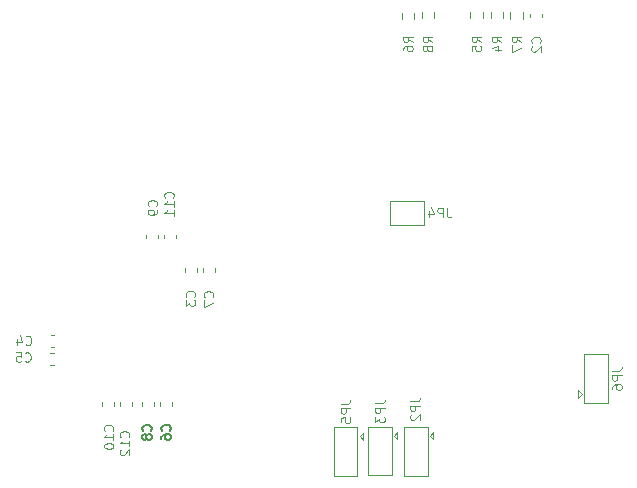
<source format=gbo>
G04 #@! TF.GenerationSoftware,KiCad,Pcbnew,(5.1.12)-1*
G04 #@! TF.CreationDate,2022-06-02T09:48:45-07:00*
G04 #@! TF.ProjectId,vera-module-rev4,76657261-2d6d-46f6-9475-6c652d726576,rev?*
G04 #@! TF.SameCoordinates,Original*
G04 #@! TF.FileFunction,Legend,Bot*
G04 #@! TF.FilePolarity,Positive*
%FSLAX46Y46*%
G04 Gerber Fmt 4.6, Leading zero omitted, Abs format (unit mm)*
G04 Created by KiCad (PCBNEW (5.1.12)-1) date 2022-06-02 09:48:45*
%MOMM*%
%LPD*%
G01*
G04 APERTURE LIST*
%ADD10C,0.120000*%
%ADD11C,0.100000*%
%ADD12C,0.150000*%
%ADD13C,2.800000*%
%ADD14R,1.500000X1.000000*%
%ADD15O,1.700000X1.700000*%
%ADD16R,1.700000X1.700000*%
%ADD17C,2.000000*%
%ADD18R,1.000000X1.500000*%
G04 APERTURE END LIST*
D10*
X194011700Y-137113800D02*
X193711700Y-136813800D01*
X193711700Y-137413800D02*
X193711700Y-136813800D01*
X194011700Y-137113800D02*
X193711700Y-137413800D01*
X194211700Y-137863800D02*
X196211700Y-137863800D01*
X194211700Y-133763800D02*
X194211700Y-137863800D01*
X196211700Y-133763800D02*
X194211700Y-133763800D01*
X196211700Y-137863800D02*
X196211700Y-133763800D01*
X181510200Y-104810476D02*
X181510200Y-105319924D01*
X180465200Y-104810476D02*
X180465200Y-105319924D01*
X188990500Y-104812376D02*
X188990500Y-105321824D01*
X187945500Y-104812376D02*
X187945500Y-105321824D01*
X179821100Y-104835876D02*
X179821100Y-105345324D01*
X178776100Y-104835876D02*
X178776100Y-105345324D01*
X185625000Y-104810476D02*
X185625000Y-105319924D01*
X184580000Y-104810476D02*
X184580000Y-105319924D01*
X187326800Y-104810476D02*
X187326800Y-105319924D01*
X186281800Y-104810476D02*
X186281800Y-105319924D01*
X190641700Y-104920833D02*
X190641700Y-105213367D01*
X189621700Y-104920833D02*
X189621700Y-105213367D01*
X155907200Y-137825433D02*
X155907200Y-138117967D01*
X154887200Y-137825433D02*
X154887200Y-138117967D01*
X154395900Y-137825433D02*
X154395900Y-138117967D01*
X153375900Y-137825433D02*
X153375900Y-138117967D01*
X157748700Y-137800033D02*
X157748700Y-138092567D01*
X156728700Y-137800033D02*
X156728700Y-138092567D01*
X159272700Y-137802233D02*
X159272700Y-138094767D01*
X158252700Y-137802233D02*
X158252700Y-138094767D01*
X149308867Y-134622000D02*
X149016333Y-134622000D01*
X149308867Y-133602000D02*
X149016333Y-133602000D01*
X149321567Y-133123400D02*
X149029033Y-133123400D01*
X149321567Y-132103400D02*
X149029033Y-132103400D01*
X158646400Y-123921567D02*
X158646400Y-123629033D01*
X159666400Y-123921567D02*
X159666400Y-123629033D01*
X157122400Y-123920467D02*
X157122400Y-123627933D01*
X158142400Y-123920467D02*
X158142400Y-123627933D01*
X161910300Y-126753667D02*
X161910300Y-126461133D01*
X162930300Y-126753667D02*
X162930300Y-126461133D01*
X160386300Y-126753667D02*
X160386300Y-126461133D01*
X161406300Y-126753667D02*
X161406300Y-126461133D01*
X180607400Y-122767600D02*
X180607400Y-120767600D01*
X177807400Y-122767600D02*
X180607400Y-122767600D01*
X177807400Y-120767600D02*
X177807400Y-122767600D01*
X180607400Y-120767600D02*
X177807400Y-120767600D01*
X175190000Y-140677900D02*
X175490000Y-140977900D01*
X175490000Y-140377900D02*
X175490000Y-140977900D01*
X175190000Y-140677900D02*
X175490000Y-140377900D01*
X174990000Y-139927900D02*
X172990000Y-139927900D01*
X174990000Y-144027900D02*
X174990000Y-139927900D01*
X172990000Y-144027900D02*
X174990000Y-144027900D01*
X172990000Y-139927900D02*
X172990000Y-144027900D01*
X178098300Y-140660600D02*
X178398300Y-140960600D01*
X178398300Y-140360600D02*
X178398300Y-140960600D01*
X178098300Y-140660600D02*
X178398300Y-140360600D01*
X177898300Y-139910600D02*
X175898300Y-139910600D01*
X177898300Y-144010600D02*
X177898300Y-139910600D01*
X175898300Y-144010600D02*
X177898300Y-144010600D01*
X175898300Y-139910600D02*
X175898300Y-144010600D01*
X181146300Y-140665200D02*
X181446300Y-140965200D01*
X181446300Y-140365200D02*
X181446300Y-140965200D01*
X181146300Y-140665200D02*
X181446300Y-140365200D01*
X180946300Y-139915200D02*
X178946300Y-139915200D01*
X180946300Y-144015200D02*
X180946300Y-139915200D01*
X178946300Y-144015200D02*
X180946300Y-144015200D01*
X178946300Y-139915200D02*
X178946300Y-144015200D01*
D11*
X196573604Y-135147133D02*
X197145033Y-135147133D01*
X197259319Y-135109038D01*
X197335509Y-135032847D01*
X197373604Y-134918561D01*
X197373604Y-134842371D01*
X197373604Y-135528085D02*
X196573604Y-135528085D01*
X196573604Y-135832847D01*
X196611700Y-135909038D01*
X196649795Y-135947133D01*
X196725985Y-135985228D01*
X196840271Y-135985228D01*
X196916461Y-135947133D01*
X196954557Y-135909038D01*
X196992652Y-135832847D01*
X196992652Y-135528085D01*
X196573604Y-136670942D02*
X196573604Y-136518561D01*
X196611700Y-136442371D01*
X196649795Y-136404276D01*
X196764080Y-136328085D01*
X196916461Y-136289990D01*
X197221223Y-136289990D01*
X197297414Y-136328085D01*
X197335509Y-136366180D01*
X197373604Y-136442371D01*
X197373604Y-136594752D01*
X197335509Y-136670942D01*
X197297414Y-136709038D01*
X197221223Y-136747133D01*
X197030747Y-136747133D01*
X196954557Y-136709038D01*
X196916461Y-136670942D01*
X196878366Y-136594752D01*
X196878366Y-136442371D01*
X196916461Y-136366180D01*
X196954557Y-136328085D01*
X197030747Y-136289990D01*
X181362304Y-107308666D02*
X180981352Y-107042000D01*
X181362304Y-106851523D02*
X180562304Y-106851523D01*
X180562304Y-107156285D01*
X180600400Y-107232476D01*
X180638495Y-107270571D01*
X180714685Y-107308666D01*
X180828971Y-107308666D01*
X180905161Y-107270571D01*
X180943257Y-107232476D01*
X180981352Y-107156285D01*
X180981352Y-106851523D01*
X180905161Y-107765809D02*
X180867066Y-107689619D01*
X180828971Y-107651523D01*
X180752780Y-107613428D01*
X180714685Y-107613428D01*
X180638495Y-107651523D01*
X180600400Y-107689619D01*
X180562304Y-107765809D01*
X180562304Y-107918190D01*
X180600400Y-107994380D01*
X180638495Y-108032476D01*
X180714685Y-108070571D01*
X180752780Y-108070571D01*
X180828971Y-108032476D01*
X180867066Y-107994380D01*
X180905161Y-107918190D01*
X180905161Y-107765809D01*
X180943257Y-107689619D01*
X180981352Y-107651523D01*
X181057542Y-107613428D01*
X181209923Y-107613428D01*
X181286114Y-107651523D01*
X181324209Y-107689619D01*
X181362304Y-107765809D01*
X181362304Y-107918190D01*
X181324209Y-107994380D01*
X181286114Y-108032476D01*
X181209923Y-108070571D01*
X181057542Y-108070571D01*
X180981352Y-108032476D01*
X180943257Y-107994380D01*
X180905161Y-107918190D01*
X188868004Y-107321366D02*
X188487052Y-107054700D01*
X188868004Y-106864223D02*
X188068004Y-106864223D01*
X188068004Y-107168985D01*
X188106100Y-107245176D01*
X188144195Y-107283271D01*
X188220385Y-107321366D01*
X188334671Y-107321366D01*
X188410861Y-107283271D01*
X188448957Y-107245176D01*
X188487052Y-107168985D01*
X188487052Y-106864223D01*
X188068004Y-107588033D02*
X188068004Y-108121366D01*
X188868004Y-107778509D01*
X179685904Y-107321366D02*
X179304952Y-107054700D01*
X179685904Y-106864223D02*
X178885904Y-106864223D01*
X178885904Y-107168985D01*
X178924000Y-107245176D01*
X178962095Y-107283271D01*
X179038285Y-107321366D01*
X179152571Y-107321366D01*
X179228761Y-107283271D01*
X179266857Y-107245176D01*
X179304952Y-107168985D01*
X179304952Y-106864223D01*
X178885904Y-108007080D02*
X178885904Y-107854700D01*
X178924000Y-107778509D01*
X178962095Y-107740414D01*
X179076380Y-107664223D01*
X179228761Y-107626128D01*
X179533523Y-107626128D01*
X179609714Y-107664223D01*
X179647809Y-107702319D01*
X179685904Y-107778509D01*
X179685904Y-107930890D01*
X179647809Y-108007080D01*
X179609714Y-108045176D01*
X179533523Y-108083271D01*
X179343047Y-108083271D01*
X179266857Y-108045176D01*
X179228761Y-108007080D01*
X179190666Y-107930890D01*
X179190666Y-107778509D01*
X179228761Y-107702319D01*
X179266857Y-107664223D01*
X179343047Y-107626128D01*
X185489804Y-107321366D02*
X185108852Y-107054700D01*
X185489804Y-106864223D02*
X184689804Y-106864223D01*
X184689804Y-107168985D01*
X184727900Y-107245176D01*
X184765995Y-107283271D01*
X184842185Y-107321366D01*
X184956471Y-107321366D01*
X185032661Y-107283271D01*
X185070757Y-107245176D01*
X185108852Y-107168985D01*
X185108852Y-106864223D01*
X184689804Y-108045176D02*
X184689804Y-107664223D01*
X185070757Y-107626128D01*
X185032661Y-107664223D01*
X184994566Y-107740414D01*
X184994566Y-107930890D01*
X185032661Y-108007080D01*
X185070757Y-108045176D01*
X185146947Y-108083271D01*
X185337423Y-108083271D01*
X185413614Y-108045176D01*
X185451709Y-108007080D01*
X185489804Y-107930890D01*
X185489804Y-107740414D01*
X185451709Y-107664223D01*
X185413614Y-107626128D01*
X187204304Y-107308666D02*
X186823352Y-107042000D01*
X187204304Y-106851523D02*
X186404304Y-106851523D01*
X186404304Y-107156285D01*
X186442400Y-107232476D01*
X186480495Y-107270571D01*
X186556685Y-107308666D01*
X186670971Y-107308666D01*
X186747161Y-107270571D01*
X186785257Y-107232476D01*
X186823352Y-107156285D01*
X186823352Y-106851523D01*
X186670971Y-107994380D02*
X187204304Y-107994380D01*
X186366209Y-107803904D02*
X186937638Y-107613428D01*
X186937638Y-108108666D01*
X190468214Y-107359466D02*
X190506309Y-107321371D01*
X190544404Y-107207085D01*
X190544404Y-107130895D01*
X190506309Y-107016609D01*
X190430119Y-106940419D01*
X190353928Y-106902323D01*
X190201547Y-106864228D01*
X190087261Y-106864228D01*
X189934880Y-106902323D01*
X189858690Y-106940419D01*
X189782500Y-107016609D01*
X189744404Y-107130895D01*
X189744404Y-107207085D01*
X189782500Y-107321371D01*
X189820595Y-107359466D01*
X189820595Y-107664228D02*
X189782500Y-107702323D01*
X189744404Y-107778514D01*
X189744404Y-107968990D01*
X189782500Y-108045180D01*
X189820595Y-108083276D01*
X189896785Y-108121371D01*
X189972976Y-108121371D01*
X190087261Y-108083276D01*
X190544404Y-107626133D01*
X190544404Y-108121371D01*
X155632114Y-140760514D02*
X155670209Y-140722419D01*
X155708304Y-140608133D01*
X155708304Y-140531942D01*
X155670209Y-140417657D01*
X155594019Y-140341466D01*
X155517828Y-140303371D01*
X155365447Y-140265276D01*
X155251161Y-140265276D01*
X155098780Y-140303371D01*
X155022590Y-140341466D01*
X154946400Y-140417657D01*
X154908304Y-140531942D01*
X154908304Y-140608133D01*
X154946400Y-140722419D01*
X154984495Y-140760514D01*
X155708304Y-141522419D02*
X155708304Y-141065276D01*
X155708304Y-141293847D02*
X154908304Y-141293847D01*
X155022590Y-141217657D01*
X155098780Y-141141466D01*
X155136876Y-141065276D01*
X154984495Y-141827180D02*
X154946400Y-141865276D01*
X154908304Y-141941466D01*
X154908304Y-142131942D01*
X154946400Y-142208133D01*
X154984495Y-142246228D01*
X155060685Y-142284323D01*
X155136876Y-142284323D01*
X155251161Y-142246228D01*
X155708304Y-141789085D01*
X155708304Y-142284323D01*
X154273214Y-140213314D02*
X154311309Y-140175219D01*
X154349404Y-140060933D01*
X154349404Y-139984742D01*
X154311309Y-139870457D01*
X154235119Y-139794266D01*
X154158928Y-139756171D01*
X154006547Y-139718076D01*
X153892261Y-139718076D01*
X153739880Y-139756171D01*
X153663690Y-139794266D01*
X153587500Y-139870457D01*
X153549404Y-139984742D01*
X153549404Y-140060933D01*
X153587500Y-140175219D01*
X153625595Y-140213314D01*
X154349404Y-140975219D02*
X154349404Y-140518076D01*
X154349404Y-140746647D02*
X153549404Y-140746647D01*
X153663690Y-140670457D01*
X153739880Y-140594266D01*
X153777976Y-140518076D01*
X153549404Y-141470457D02*
X153549404Y-141546647D01*
X153587500Y-141622838D01*
X153625595Y-141660933D01*
X153701785Y-141699028D01*
X153854166Y-141737123D01*
X154044642Y-141737123D01*
X154197023Y-141699028D01*
X154273214Y-141660933D01*
X154311309Y-141622838D01*
X154349404Y-141546647D01*
X154349404Y-141470457D01*
X154311309Y-141394266D01*
X154273214Y-141356171D01*
X154197023Y-141318076D01*
X154044642Y-141279980D01*
X153854166Y-141279980D01*
X153701785Y-141318076D01*
X153625595Y-141356171D01*
X153587500Y-141394266D01*
X153549404Y-141470457D01*
D12*
X157524414Y-140214366D02*
X157562509Y-140176271D01*
X157600604Y-140061985D01*
X157600604Y-139985795D01*
X157562509Y-139871509D01*
X157486319Y-139795319D01*
X157410128Y-139757223D01*
X157257747Y-139719128D01*
X157143461Y-139719128D01*
X156991080Y-139757223D01*
X156914890Y-139795319D01*
X156838700Y-139871509D01*
X156800604Y-139985795D01*
X156800604Y-140061985D01*
X156838700Y-140176271D01*
X156876795Y-140214366D01*
X157143461Y-140671509D02*
X157105366Y-140595319D01*
X157067271Y-140557223D01*
X156991080Y-140519128D01*
X156952985Y-140519128D01*
X156876795Y-140557223D01*
X156838700Y-140595319D01*
X156800604Y-140671509D01*
X156800604Y-140823890D01*
X156838700Y-140900080D01*
X156876795Y-140938176D01*
X156952985Y-140976271D01*
X156991080Y-140976271D01*
X157067271Y-140938176D01*
X157105366Y-140900080D01*
X157143461Y-140823890D01*
X157143461Y-140671509D01*
X157181557Y-140595319D01*
X157219652Y-140557223D01*
X157295842Y-140519128D01*
X157448223Y-140519128D01*
X157524414Y-140557223D01*
X157562509Y-140595319D01*
X157600604Y-140671509D01*
X157600604Y-140823890D01*
X157562509Y-140900080D01*
X157524414Y-140938176D01*
X157448223Y-140976271D01*
X157295842Y-140976271D01*
X157219652Y-140938176D01*
X157181557Y-140900080D01*
X157143461Y-140823890D01*
X159137314Y-140214366D02*
X159175409Y-140176271D01*
X159213504Y-140061985D01*
X159213504Y-139985795D01*
X159175409Y-139871509D01*
X159099219Y-139795319D01*
X159023028Y-139757223D01*
X158870647Y-139719128D01*
X158756361Y-139719128D01*
X158603980Y-139757223D01*
X158527790Y-139795319D01*
X158451600Y-139871509D01*
X158413504Y-139985795D01*
X158413504Y-140061985D01*
X158451600Y-140176271D01*
X158489695Y-140214366D01*
X158413504Y-140900080D02*
X158413504Y-140747700D01*
X158451600Y-140671509D01*
X158489695Y-140633414D01*
X158603980Y-140557223D01*
X158756361Y-140519128D01*
X159061123Y-140519128D01*
X159137314Y-140557223D01*
X159175409Y-140595319D01*
X159213504Y-140671509D01*
X159213504Y-140823890D01*
X159175409Y-140900080D01*
X159137314Y-140938176D01*
X159061123Y-140976271D01*
X158870647Y-140976271D01*
X158794457Y-140938176D01*
X158756361Y-140900080D01*
X158718266Y-140823890D01*
X158718266Y-140671509D01*
X158756361Y-140595319D01*
X158794457Y-140557223D01*
X158870647Y-140519128D01*
D11*
X146843733Y-134308814D02*
X146881828Y-134346909D01*
X146996114Y-134385004D01*
X147072304Y-134385004D01*
X147186590Y-134346909D01*
X147262780Y-134270719D01*
X147300876Y-134194528D01*
X147338971Y-134042147D01*
X147338971Y-133927861D01*
X147300876Y-133775480D01*
X147262780Y-133699290D01*
X147186590Y-133623100D01*
X147072304Y-133585004D01*
X146996114Y-133585004D01*
X146881828Y-133623100D01*
X146843733Y-133661195D01*
X146119923Y-133585004D02*
X146500876Y-133585004D01*
X146538971Y-133965957D01*
X146500876Y-133927861D01*
X146424685Y-133889766D01*
X146234209Y-133889766D01*
X146158019Y-133927861D01*
X146119923Y-133965957D01*
X146081828Y-134042147D01*
X146081828Y-134232623D01*
X146119923Y-134308814D01*
X146158019Y-134346909D01*
X146234209Y-134385004D01*
X146424685Y-134385004D01*
X146500876Y-134346909D01*
X146538971Y-134308814D01*
X146909433Y-132886414D02*
X146947528Y-132924509D01*
X147061814Y-132962604D01*
X147138004Y-132962604D01*
X147252290Y-132924509D01*
X147328480Y-132848319D01*
X147366576Y-132772128D01*
X147404671Y-132619747D01*
X147404671Y-132505461D01*
X147366576Y-132353080D01*
X147328480Y-132276890D01*
X147252290Y-132200700D01*
X147138004Y-132162604D01*
X147061814Y-132162604D01*
X146947528Y-132200700D01*
X146909433Y-132238795D01*
X146223719Y-132429271D02*
X146223719Y-132962604D01*
X146414195Y-132124509D02*
X146604671Y-132695938D01*
X146109433Y-132695938D01*
X159378614Y-120478614D02*
X159416709Y-120440519D01*
X159454804Y-120326233D01*
X159454804Y-120250042D01*
X159416709Y-120135757D01*
X159340519Y-120059566D01*
X159264328Y-120021471D01*
X159111947Y-119983376D01*
X158997661Y-119983376D01*
X158845280Y-120021471D01*
X158769090Y-120059566D01*
X158692900Y-120135757D01*
X158654804Y-120250042D01*
X158654804Y-120326233D01*
X158692900Y-120440519D01*
X158730995Y-120478614D01*
X159454804Y-121240519D02*
X159454804Y-120783376D01*
X159454804Y-121011947D02*
X158654804Y-121011947D01*
X158769090Y-120935757D01*
X158845280Y-120859566D01*
X158883376Y-120783376D01*
X159454804Y-122002423D02*
X159454804Y-121545280D01*
X159454804Y-121773852D02*
X158654804Y-121773852D01*
X158769090Y-121697661D01*
X158845280Y-121621471D01*
X158883376Y-121545280D01*
X157994314Y-121189766D02*
X158032409Y-121151671D01*
X158070504Y-121037385D01*
X158070504Y-120961195D01*
X158032409Y-120846909D01*
X157956219Y-120770719D01*
X157880028Y-120732623D01*
X157727647Y-120694528D01*
X157613361Y-120694528D01*
X157460980Y-120732623D01*
X157384790Y-120770719D01*
X157308600Y-120846909D01*
X157270504Y-120961195D01*
X157270504Y-121037385D01*
X157308600Y-121151671D01*
X157346695Y-121189766D01*
X158070504Y-121570719D02*
X158070504Y-121723100D01*
X158032409Y-121799290D01*
X157994314Y-121837385D01*
X157880028Y-121913576D01*
X157727647Y-121951671D01*
X157422885Y-121951671D01*
X157346695Y-121913576D01*
X157308600Y-121875480D01*
X157270504Y-121799290D01*
X157270504Y-121646909D01*
X157308600Y-121570719D01*
X157346695Y-121532623D01*
X157422885Y-121494528D01*
X157613361Y-121494528D01*
X157689552Y-121532623D01*
X157727647Y-121570719D01*
X157765742Y-121646909D01*
X157765742Y-121799290D01*
X157727647Y-121875480D01*
X157689552Y-121913576D01*
X157613361Y-121951671D01*
X162744114Y-128924066D02*
X162782209Y-128885971D01*
X162820304Y-128771685D01*
X162820304Y-128695495D01*
X162782209Y-128581209D01*
X162706019Y-128505019D01*
X162629828Y-128466923D01*
X162477447Y-128428828D01*
X162363161Y-128428828D01*
X162210780Y-128466923D01*
X162134590Y-128505019D01*
X162058400Y-128581209D01*
X162020304Y-128695495D01*
X162020304Y-128771685D01*
X162058400Y-128885971D01*
X162096495Y-128924066D01*
X162020304Y-129190733D02*
X162020304Y-129724066D01*
X162820304Y-129381209D01*
X161182014Y-128885966D02*
X161220109Y-128847871D01*
X161258204Y-128733585D01*
X161258204Y-128657395D01*
X161220109Y-128543109D01*
X161143919Y-128466919D01*
X161067728Y-128428823D01*
X160915347Y-128390728D01*
X160801061Y-128390728D01*
X160648680Y-128428823D01*
X160572490Y-128466919D01*
X160496300Y-128543109D01*
X160458204Y-128657395D01*
X160458204Y-128733585D01*
X160496300Y-128847871D01*
X160534395Y-128885966D01*
X160458204Y-129152633D02*
X160458204Y-129647871D01*
X160762966Y-129381204D01*
X160762966Y-129495490D01*
X160801061Y-129571680D01*
X160839157Y-129609776D01*
X160915347Y-129647871D01*
X161105823Y-129647871D01*
X161182014Y-129609776D01*
X161220109Y-129571680D01*
X161258204Y-129495490D01*
X161258204Y-129266919D01*
X161220109Y-129190728D01*
X161182014Y-129152633D01*
X182594166Y-121354904D02*
X182594166Y-121926333D01*
X182632261Y-122040619D01*
X182708452Y-122116809D01*
X182822738Y-122154904D01*
X182898928Y-122154904D01*
X182213214Y-122154904D02*
X182213214Y-121354904D01*
X181908452Y-121354904D01*
X181832261Y-121393000D01*
X181794166Y-121431095D01*
X181756071Y-121507285D01*
X181756071Y-121621571D01*
X181794166Y-121697761D01*
X181832261Y-121735857D01*
X181908452Y-121773952D01*
X182213214Y-121773952D01*
X181070357Y-121621571D02*
X181070357Y-122154904D01*
X181260833Y-121316809D02*
X181451309Y-121888238D01*
X180956071Y-121888238D01*
X173615404Y-137928433D02*
X174186833Y-137928433D01*
X174301119Y-137890338D01*
X174377309Y-137814147D01*
X174415404Y-137699861D01*
X174415404Y-137623671D01*
X174415404Y-138309385D02*
X173615404Y-138309385D01*
X173615404Y-138614147D01*
X173653500Y-138690338D01*
X173691595Y-138728433D01*
X173767785Y-138766528D01*
X173882071Y-138766528D01*
X173958261Y-138728433D01*
X173996357Y-138690338D01*
X174034452Y-138614147D01*
X174034452Y-138309385D01*
X173615404Y-139490338D02*
X173615404Y-139109385D01*
X173996357Y-139071290D01*
X173958261Y-139109385D01*
X173920166Y-139185576D01*
X173920166Y-139376052D01*
X173958261Y-139452242D01*
X173996357Y-139490338D01*
X174072547Y-139528433D01*
X174263023Y-139528433D01*
X174339214Y-139490338D01*
X174377309Y-139452242D01*
X174415404Y-139376052D01*
X174415404Y-139185576D01*
X174377309Y-139109385D01*
X174339214Y-139071290D01*
X176523704Y-137915733D02*
X177095133Y-137915733D01*
X177209419Y-137877638D01*
X177285609Y-137801447D01*
X177323704Y-137687161D01*
X177323704Y-137610971D01*
X177323704Y-138296685D02*
X176523704Y-138296685D01*
X176523704Y-138601447D01*
X176561800Y-138677638D01*
X176599895Y-138715733D01*
X176676085Y-138753828D01*
X176790371Y-138753828D01*
X176866561Y-138715733D01*
X176904657Y-138677638D01*
X176942752Y-138601447D01*
X176942752Y-138296685D01*
X176523704Y-139020495D02*
X176523704Y-139515733D01*
X176828466Y-139249066D01*
X176828466Y-139363352D01*
X176866561Y-139439542D01*
X176904657Y-139477638D01*
X176980847Y-139515733D01*
X177171323Y-139515733D01*
X177247514Y-139477638D01*
X177285609Y-139439542D01*
X177323704Y-139363352D01*
X177323704Y-139134780D01*
X177285609Y-139058590D01*
X177247514Y-139020495D01*
X179495504Y-137725233D02*
X180066933Y-137725233D01*
X180181219Y-137687138D01*
X180257409Y-137610947D01*
X180295504Y-137496661D01*
X180295504Y-137420471D01*
X180295504Y-138106185D02*
X179495504Y-138106185D01*
X179495504Y-138410947D01*
X179533600Y-138487138D01*
X179571695Y-138525233D01*
X179647885Y-138563328D01*
X179762171Y-138563328D01*
X179838361Y-138525233D01*
X179876457Y-138487138D01*
X179914552Y-138410947D01*
X179914552Y-138106185D01*
X179571695Y-138868090D02*
X179533600Y-138906185D01*
X179495504Y-138982376D01*
X179495504Y-139172852D01*
X179533600Y-139249042D01*
X179571695Y-139287138D01*
X179647885Y-139325233D01*
X179724076Y-139325233D01*
X179838361Y-139287138D01*
X180295504Y-138829995D01*
X180295504Y-139325233D01*
%LPC*%
D13*
X113678300Y-105442000D03*
X108178300Y-105442000D03*
X105778300Y-107442000D03*
D14*
X195211700Y-135813800D03*
X195211700Y-134513800D03*
X195211700Y-137113800D03*
D15*
X101790500Y-155867100D03*
X101790500Y-153327100D03*
X104330500Y-155867100D03*
X104330500Y-153327100D03*
X106870500Y-155867100D03*
X106870500Y-153327100D03*
X109410500Y-155867100D03*
X109410500Y-153327100D03*
X111950500Y-155867100D03*
X111950500Y-153327100D03*
X114490500Y-155867100D03*
X114490500Y-153327100D03*
X117030500Y-155867100D03*
X117030500Y-153327100D03*
X119570500Y-155867100D03*
X119570500Y-153327100D03*
X122110500Y-155867100D03*
X122110500Y-153327100D03*
X124650500Y-155867100D03*
X124650500Y-153327100D03*
X127190500Y-155867100D03*
X127190500Y-153327100D03*
X129730500Y-155867100D03*
X129730500Y-153327100D03*
X132270500Y-155867100D03*
X132270500Y-153327100D03*
X134810500Y-155867100D03*
X134810500Y-153327100D03*
X137350500Y-155867100D03*
X137350500Y-153327100D03*
X139890500Y-155867100D03*
X139890500Y-153327100D03*
X142430500Y-155867100D03*
X142430500Y-153327100D03*
X144970500Y-155867100D03*
X144970500Y-153327100D03*
X147510500Y-155867100D03*
X147510500Y-153327100D03*
X150050500Y-155867100D03*
X150050500Y-153327100D03*
X152590500Y-155867100D03*
X152590500Y-153327100D03*
X155130500Y-155867100D03*
X155130500Y-153327100D03*
X157670500Y-155867100D03*
X157670500Y-153327100D03*
X160210500Y-155867100D03*
X160210500Y-153327100D03*
X162750500Y-155867100D03*
X162750500Y-153327100D03*
X165290500Y-155867100D03*
X165290500Y-153327100D03*
X167830500Y-155867100D03*
X167830500Y-153327100D03*
X170370500Y-155867100D03*
X170370500Y-153327100D03*
X172910500Y-155867100D03*
X172910500Y-153327100D03*
X175450500Y-155867100D03*
D16*
X175450500Y-153327100D03*
D15*
X156210000Y-113042700D03*
X153670000Y-113042700D03*
X151130000Y-113042700D03*
X148590000Y-113042700D03*
X146050000Y-113042700D03*
X143510000Y-113042700D03*
X140970000Y-113042700D03*
D16*
X138430000Y-113042700D03*
D15*
X110578900Y-119367300D03*
D16*
X110578900Y-121907300D03*
D17*
X197387800Y-139930000D03*
X197387800Y-124230000D03*
X192437800Y-139330000D03*
X192437800Y-124830000D03*
G36*
G01*
X180750200Y-105490200D02*
X181225200Y-105490200D01*
G75*
G02*
X181462700Y-105727700I0J-237500D01*
G01*
X181462700Y-106227700D01*
G75*
G02*
X181225200Y-106465200I-237500J0D01*
G01*
X180750200Y-106465200D01*
G75*
G02*
X180512700Y-106227700I0J237500D01*
G01*
X180512700Y-105727700D01*
G75*
G02*
X180750200Y-105490200I237500J0D01*
G01*
G37*
G36*
G01*
X180750200Y-103665200D02*
X181225200Y-103665200D01*
G75*
G02*
X181462700Y-103902700I0J-237500D01*
G01*
X181462700Y-104402700D01*
G75*
G02*
X181225200Y-104640200I-237500J0D01*
G01*
X180750200Y-104640200D01*
G75*
G02*
X180512700Y-104402700I0J237500D01*
G01*
X180512700Y-103902700D01*
G75*
G02*
X180750200Y-103665200I237500J0D01*
G01*
G37*
G36*
G01*
X188230500Y-105492100D02*
X188705500Y-105492100D01*
G75*
G02*
X188943000Y-105729600I0J-237500D01*
G01*
X188943000Y-106229600D01*
G75*
G02*
X188705500Y-106467100I-237500J0D01*
G01*
X188230500Y-106467100D01*
G75*
G02*
X187993000Y-106229600I0J237500D01*
G01*
X187993000Y-105729600D01*
G75*
G02*
X188230500Y-105492100I237500J0D01*
G01*
G37*
G36*
G01*
X188230500Y-103667100D02*
X188705500Y-103667100D01*
G75*
G02*
X188943000Y-103904600I0J-237500D01*
G01*
X188943000Y-104404600D01*
G75*
G02*
X188705500Y-104642100I-237500J0D01*
G01*
X188230500Y-104642100D01*
G75*
G02*
X187993000Y-104404600I0J237500D01*
G01*
X187993000Y-103904600D01*
G75*
G02*
X188230500Y-103667100I237500J0D01*
G01*
G37*
G36*
G01*
X179061100Y-105515600D02*
X179536100Y-105515600D01*
G75*
G02*
X179773600Y-105753100I0J-237500D01*
G01*
X179773600Y-106253100D01*
G75*
G02*
X179536100Y-106490600I-237500J0D01*
G01*
X179061100Y-106490600D01*
G75*
G02*
X178823600Y-106253100I0J237500D01*
G01*
X178823600Y-105753100D01*
G75*
G02*
X179061100Y-105515600I237500J0D01*
G01*
G37*
G36*
G01*
X179061100Y-103690600D02*
X179536100Y-103690600D01*
G75*
G02*
X179773600Y-103928100I0J-237500D01*
G01*
X179773600Y-104428100D01*
G75*
G02*
X179536100Y-104665600I-237500J0D01*
G01*
X179061100Y-104665600D01*
G75*
G02*
X178823600Y-104428100I0J237500D01*
G01*
X178823600Y-103928100D01*
G75*
G02*
X179061100Y-103690600I237500J0D01*
G01*
G37*
G36*
G01*
X184865000Y-105490200D02*
X185340000Y-105490200D01*
G75*
G02*
X185577500Y-105727700I0J-237500D01*
G01*
X185577500Y-106227700D01*
G75*
G02*
X185340000Y-106465200I-237500J0D01*
G01*
X184865000Y-106465200D01*
G75*
G02*
X184627500Y-106227700I0J237500D01*
G01*
X184627500Y-105727700D01*
G75*
G02*
X184865000Y-105490200I237500J0D01*
G01*
G37*
G36*
G01*
X184865000Y-103665200D02*
X185340000Y-103665200D01*
G75*
G02*
X185577500Y-103902700I0J-237500D01*
G01*
X185577500Y-104402700D01*
G75*
G02*
X185340000Y-104640200I-237500J0D01*
G01*
X184865000Y-104640200D01*
G75*
G02*
X184627500Y-104402700I0J237500D01*
G01*
X184627500Y-103902700D01*
G75*
G02*
X184865000Y-103665200I237500J0D01*
G01*
G37*
G36*
G01*
X186566800Y-105490200D02*
X187041800Y-105490200D01*
G75*
G02*
X187279300Y-105727700I0J-237500D01*
G01*
X187279300Y-106227700D01*
G75*
G02*
X187041800Y-106465200I-237500J0D01*
G01*
X186566800Y-106465200D01*
G75*
G02*
X186329300Y-106227700I0J237500D01*
G01*
X186329300Y-105727700D01*
G75*
G02*
X186566800Y-105490200I237500J0D01*
G01*
G37*
G36*
G01*
X186566800Y-103665200D02*
X187041800Y-103665200D01*
G75*
G02*
X187279300Y-103902700I0J-237500D01*
G01*
X187279300Y-104402700D01*
G75*
G02*
X187041800Y-104640200I-237500J0D01*
G01*
X186566800Y-104640200D01*
G75*
G02*
X186329300Y-104402700I0J237500D01*
G01*
X186329300Y-103902700D01*
G75*
G02*
X186566800Y-103665200I237500J0D01*
G01*
G37*
G36*
G01*
X189894200Y-105392100D02*
X190369200Y-105392100D01*
G75*
G02*
X190606700Y-105629600I0J-237500D01*
G01*
X190606700Y-106229600D01*
G75*
G02*
X190369200Y-106467100I-237500J0D01*
G01*
X189894200Y-106467100D01*
G75*
G02*
X189656700Y-106229600I0J237500D01*
G01*
X189656700Y-105629600D01*
G75*
G02*
X189894200Y-105392100I237500J0D01*
G01*
G37*
G36*
G01*
X189894200Y-103667100D02*
X190369200Y-103667100D01*
G75*
G02*
X190606700Y-103904600I0J-237500D01*
G01*
X190606700Y-104504600D01*
G75*
G02*
X190369200Y-104742100I-237500J0D01*
G01*
X189894200Y-104742100D01*
G75*
G02*
X189656700Y-104504600I0J237500D01*
G01*
X189656700Y-103904600D01*
G75*
G02*
X189894200Y-103667100I237500J0D01*
G01*
G37*
G36*
G01*
X155159700Y-138296700D02*
X155634700Y-138296700D01*
G75*
G02*
X155872200Y-138534200I0J-237500D01*
G01*
X155872200Y-139134200D01*
G75*
G02*
X155634700Y-139371700I-237500J0D01*
G01*
X155159700Y-139371700D01*
G75*
G02*
X154922200Y-139134200I0J237500D01*
G01*
X154922200Y-138534200D01*
G75*
G02*
X155159700Y-138296700I237500J0D01*
G01*
G37*
G36*
G01*
X155159700Y-136571700D02*
X155634700Y-136571700D01*
G75*
G02*
X155872200Y-136809200I0J-237500D01*
G01*
X155872200Y-137409200D01*
G75*
G02*
X155634700Y-137646700I-237500J0D01*
G01*
X155159700Y-137646700D01*
G75*
G02*
X154922200Y-137409200I0J237500D01*
G01*
X154922200Y-136809200D01*
G75*
G02*
X155159700Y-136571700I237500J0D01*
G01*
G37*
G36*
G01*
X153648400Y-138296700D02*
X154123400Y-138296700D01*
G75*
G02*
X154360900Y-138534200I0J-237500D01*
G01*
X154360900Y-139134200D01*
G75*
G02*
X154123400Y-139371700I-237500J0D01*
G01*
X153648400Y-139371700D01*
G75*
G02*
X153410900Y-139134200I0J237500D01*
G01*
X153410900Y-138534200D01*
G75*
G02*
X153648400Y-138296700I237500J0D01*
G01*
G37*
G36*
G01*
X153648400Y-136571700D02*
X154123400Y-136571700D01*
G75*
G02*
X154360900Y-136809200I0J-237500D01*
G01*
X154360900Y-137409200D01*
G75*
G02*
X154123400Y-137646700I-237500J0D01*
G01*
X153648400Y-137646700D01*
G75*
G02*
X153410900Y-137409200I0J237500D01*
G01*
X153410900Y-136809200D01*
G75*
G02*
X153648400Y-136571700I237500J0D01*
G01*
G37*
G36*
G01*
X157001200Y-138271300D02*
X157476200Y-138271300D01*
G75*
G02*
X157713700Y-138508800I0J-237500D01*
G01*
X157713700Y-139108800D01*
G75*
G02*
X157476200Y-139346300I-237500J0D01*
G01*
X157001200Y-139346300D01*
G75*
G02*
X156763700Y-139108800I0J237500D01*
G01*
X156763700Y-138508800D01*
G75*
G02*
X157001200Y-138271300I237500J0D01*
G01*
G37*
G36*
G01*
X157001200Y-136546300D02*
X157476200Y-136546300D01*
G75*
G02*
X157713700Y-136783800I0J-237500D01*
G01*
X157713700Y-137383800D01*
G75*
G02*
X157476200Y-137621300I-237500J0D01*
G01*
X157001200Y-137621300D01*
G75*
G02*
X156763700Y-137383800I0J237500D01*
G01*
X156763700Y-136783800D01*
G75*
G02*
X157001200Y-136546300I237500J0D01*
G01*
G37*
G36*
G01*
X158525200Y-138273500D02*
X159000200Y-138273500D01*
G75*
G02*
X159237700Y-138511000I0J-237500D01*
G01*
X159237700Y-139111000D01*
G75*
G02*
X159000200Y-139348500I-237500J0D01*
G01*
X158525200Y-139348500D01*
G75*
G02*
X158287700Y-139111000I0J237500D01*
G01*
X158287700Y-138511000D01*
G75*
G02*
X158525200Y-138273500I237500J0D01*
G01*
G37*
G36*
G01*
X158525200Y-136548500D02*
X159000200Y-136548500D01*
G75*
G02*
X159237700Y-136786000I0J-237500D01*
G01*
X159237700Y-137386000D01*
G75*
G02*
X159000200Y-137623500I-237500J0D01*
G01*
X158525200Y-137623500D01*
G75*
G02*
X158287700Y-137386000I0J237500D01*
G01*
X158287700Y-136786000D01*
G75*
G02*
X158525200Y-136548500I237500J0D01*
G01*
G37*
G36*
G01*
X148837600Y-133874500D02*
X148837600Y-134349500D01*
G75*
G02*
X148600100Y-134587000I-237500J0D01*
G01*
X148000100Y-134587000D01*
G75*
G02*
X147762600Y-134349500I0J237500D01*
G01*
X147762600Y-133874500D01*
G75*
G02*
X148000100Y-133637000I237500J0D01*
G01*
X148600100Y-133637000D01*
G75*
G02*
X148837600Y-133874500I0J-237500D01*
G01*
G37*
G36*
G01*
X150562600Y-133874500D02*
X150562600Y-134349500D01*
G75*
G02*
X150325100Y-134587000I-237500J0D01*
G01*
X149725100Y-134587000D01*
G75*
G02*
X149487600Y-134349500I0J237500D01*
G01*
X149487600Y-133874500D01*
G75*
G02*
X149725100Y-133637000I237500J0D01*
G01*
X150325100Y-133637000D01*
G75*
G02*
X150562600Y-133874500I0J-237500D01*
G01*
G37*
G36*
G01*
X148850300Y-132375900D02*
X148850300Y-132850900D01*
G75*
G02*
X148612800Y-133088400I-237500J0D01*
G01*
X148012800Y-133088400D01*
G75*
G02*
X147775300Y-132850900I0J237500D01*
G01*
X147775300Y-132375900D01*
G75*
G02*
X148012800Y-132138400I237500J0D01*
G01*
X148612800Y-132138400D01*
G75*
G02*
X148850300Y-132375900I0J-237500D01*
G01*
G37*
G36*
G01*
X150575300Y-132375900D02*
X150575300Y-132850900D01*
G75*
G02*
X150337800Y-133088400I-237500J0D01*
G01*
X149737800Y-133088400D01*
G75*
G02*
X149500300Y-132850900I0J237500D01*
G01*
X149500300Y-132375900D01*
G75*
G02*
X149737800Y-132138400I237500J0D01*
G01*
X150337800Y-132138400D01*
G75*
G02*
X150575300Y-132375900I0J-237500D01*
G01*
G37*
G36*
G01*
X159393900Y-123450300D02*
X158918900Y-123450300D01*
G75*
G02*
X158681400Y-123212800I0J237500D01*
G01*
X158681400Y-122612800D01*
G75*
G02*
X158918900Y-122375300I237500J0D01*
G01*
X159393900Y-122375300D01*
G75*
G02*
X159631400Y-122612800I0J-237500D01*
G01*
X159631400Y-123212800D01*
G75*
G02*
X159393900Y-123450300I-237500J0D01*
G01*
G37*
G36*
G01*
X159393900Y-125175300D02*
X158918900Y-125175300D01*
G75*
G02*
X158681400Y-124937800I0J237500D01*
G01*
X158681400Y-124337800D01*
G75*
G02*
X158918900Y-124100300I237500J0D01*
G01*
X159393900Y-124100300D01*
G75*
G02*
X159631400Y-124337800I0J-237500D01*
G01*
X159631400Y-124937800D01*
G75*
G02*
X159393900Y-125175300I-237500J0D01*
G01*
G37*
G36*
G01*
X157869900Y-123449200D02*
X157394900Y-123449200D01*
G75*
G02*
X157157400Y-123211700I0J237500D01*
G01*
X157157400Y-122611700D01*
G75*
G02*
X157394900Y-122374200I237500J0D01*
G01*
X157869900Y-122374200D01*
G75*
G02*
X158107400Y-122611700I0J-237500D01*
G01*
X158107400Y-123211700D01*
G75*
G02*
X157869900Y-123449200I-237500J0D01*
G01*
G37*
G36*
G01*
X157869900Y-125174200D02*
X157394900Y-125174200D01*
G75*
G02*
X157157400Y-124936700I0J237500D01*
G01*
X157157400Y-124336700D01*
G75*
G02*
X157394900Y-124099200I237500J0D01*
G01*
X157869900Y-124099200D01*
G75*
G02*
X158107400Y-124336700I0J-237500D01*
G01*
X158107400Y-124936700D01*
G75*
G02*
X157869900Y-125174200I-237500J0D01*
G01*
G37*
G36*
G01*
X162657800Y-126282400D02*
X162182800Y-126282400D01*
G75*
G02*
X161945300Y-126044900I0J237500D01*
G01*
X161945300Y-125444900D01*
G75*
G02*
X162182800Y-125207400I237500J0D01*
G01*
X162657800Y-125207400D01*
G75*
G02*
X162895300Y-125444900I0J-237500D01*
G01*
X162895300Y-126044900D01*
G75*
G02*
X162657800Y-126282400I-237500J0D01*
G01*
G37*
G36*
G01*
X162657800Y-128007400D02*
X162182800Y-128007400D01*
G75*
G02*
X161945300Y-127769900I0J237500D01*
G01*
X161945300Y-127169900D01*
G75*
G02*
X162182800Y-126932400I237500J0D01*
G01*
X162657800Y-126932400D01*
G75*
G02*
X162895300Y-127169900I0J-237500D01*
G01*
X162895300Y-127769900D01*
G75*
G02*
X162657800Y-128007400I-237500J0D01*
G01*
G37*
G36*
G01*
X161133800Y-126282400D02*
X160658800Y-126282400D01*
G75*
G02*
X160421300Y-126044900I0J237500D01*
G01*
X160421300Y-125444900D01*
G75*
G02*
X160658800Y-125207400I237500J0D01*
G01*
X161133800Y-125207400D01*
G75*
G02*
X161371300Y-125444900I0J-237500D01*
G01*
X161371300Y-126044900D01*
G75*
G02*
X161133800Y-126282400I-237500J0D01*
G01*
G37*
G36*
G01*
X161133800Y-128007400D02*
X160658800Y-128007400D01*
G75*
G02*
X160421300Y-127769900I0J237500D01*
G01*
X160421300Y-127169900D01*
G75*
G02*
X160658800Y-126932400I237500J0D01*
G01*
X161133800Y-126932400D01*
G75*
G02*
X161371300Y-127169900I0J-237500D01*
G01*
X161371300Y-127769900D01*
G75*
G02*
X161133800Y-128007400I-237500J0D01*
G01*
G37*
D18*
X179857400Y-121767600D03*
X178557400Y-121767600D03*
D15*
X104876600Y-136690100D03*
X102336600Y-136690100D03*
X104876600Y-139230100D03*
X102336600Y-139230100D03*
X104876600Y-141770100D03*
X102336600Y-141770100D03*
X104876600Y-144310100D03*
X102336600Y-144310100D03*
X104876600Y-146850100D03*
D16*
X102336600Y-146850100D03*
D14*
X173990000Y-140677900D03*
X173990000Y-141977900D03*
X173990000Y-143277900D03*
X176898300Y-140660600D03*
X176898300Y-141960600D03*
X176898300Y-143260600D03*
X179946300Y-140665200D03*
X179946300Y-141965200D03*
X179946300Y-143265200D03*
D15*
X131483100Y-113182400D03*
D16*
X131483100Y-110642400D03*
M02*

</source>
